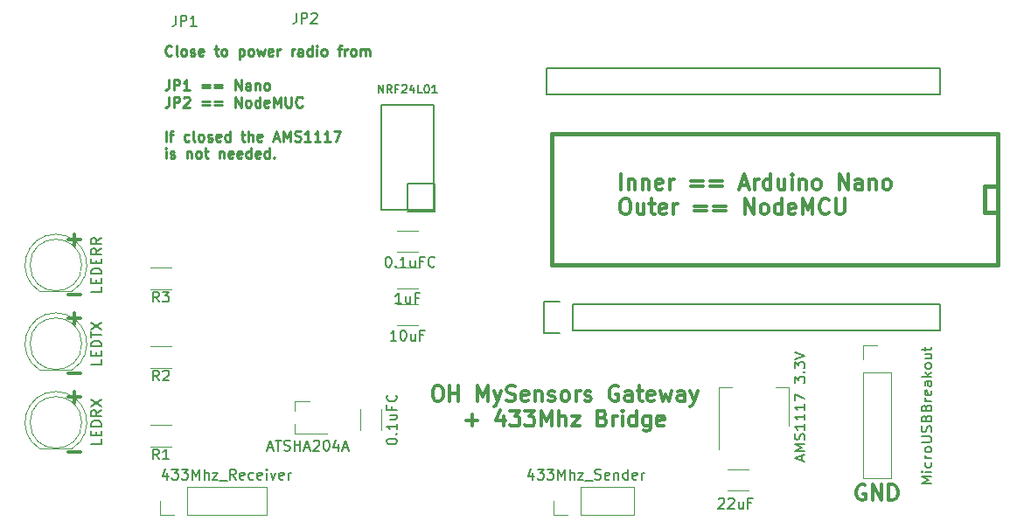
<source format=gto>
G04 #@! TF.FileFunction,Legend,Top*
%FSLAX46Y46*%
G04 Gerber Fmt 4.6, Leading zero omitted, Abs format (unit mm)*
G04 Created by KiCad (PCBNEW 4.0.2-stable) date 24.04.2017 00:03:25*
%MOMM*%
G01*
G04 APERTURE LIST*
%ADD10C,0.100000*%
%ADD11C,0.300000*%
%ADD12C,0.250000*%
%ADD13C,0.150000*%
%ADD14C,0.381000*%
%ADD15C,0.120000*%
%ADD16C,0.160000*%
G04 APERTURE END LIST*
D10*
D11*
X144716572Y-95357143D02*
X145859429Y-95357143D01*
X145288000Y-95928571D02*
X145288000Y-94785714D01*
X144716572Y-87737143D02*
X145859429Y-87737143D01*
X145288000Y-88308571D02*
X145288000Y-87165714D01*
X144716572Y-80117143D02*
X145859429Y-80117143D01*
X145288000Y-80688571D02*
X145288000Y-79545714D01*
X144716572Y-100691143D02*
X145859429Y-100691143D01*
X144716572Y-93071143D02*
X145859429Y-93071143D01*
X144716572Y-85451143D02*
X145859429Y-85451143D01*
X198223143Y-75234071D02*
X198223143Y-73734071D01*
X198937429Y-74234071D02*
X198937429Y-75234071D01*
X198937429Y-74376929D02*
X199008857Y-74305500D01*
X199151715Y-74234071D01*
X199366000Y-74234071D01*
X199508857Y-74305500D01*
X199580286Y-74448357D01*
X199580286Y-75234071D01*
X200294572Y-74234071D02*
X200294572Y-75234071D01*
X200294572Y-74376929D02*
X200366000Y-74305500D01*
X200508858Y-74234071D01*
X200723143Y-74234071D01*
X200866000Y-74305500D01*
X200937429Y-74448357D01*
X200937429Y-75234071D01*
X202223143Y-75162643D02*
X202080286Y-75234071D01*
X201794572Y-75234071D01*
X201651715Y-75162643D01*
X201580286Y-75019786D01*
X201580286Y-74448357D01*
X201651715Y-74305500D01*
X201794572Y-74234071D01*
X202080286Y-74234071D01*
X202223143Y-74305500D01*
X202294572Y-74448357D01*
X202294572Y-74591214D01*
X201580286Y-74734071D01*
X202937429Y-75234071D02*
X202937429Y-74234071D01*
X202937429Y-74519786D02*
X203008857Y-74376929D01*
X203080286Y-74305500D01*
X203223143Y-74234071D01*
X203366000Y-74234071D01*
X205008857Y-74448357D02*
X206151714Y-74448357D01*
X206151714Y-74876929D02*
X205008857Y-74876929D01*
X206866000Y-74448357D02*
X208008857Y-74448357D01*
X208008857Y-74876929D02*
X206866000Y-74876929D01*
X209794571Y-74805500D02*
X210508857Y-74805500D01*
X209651714Y-75234071D02*
X210151714Y-73734071D01*
X210651714Y-75234071D01*
X211151714Y-75234071D02*
X211151714Y-74234071D01*
X211151714Y-74519786D02*
X211223142Y-74376929D01*
X211294571Y-74305500D01*
X211437428Y-74234071D01*
X211580285Y-74234071D01*
X212723142Y-75234071D02*
X212723142Y-73734071D01*
X212723142Y-75162643D02*
X212580285Y-75234071D01*
X212294571Y-75234071D01*
X212151713Y-75162643D01*
X212080285Y-75091214D01*
X212008856Y-74948357D01*
X212008856Y-74519786D01*
X212080285Y-74376929D01*
X212151713Y-74305500D01*
X212294571Y-74234071D01*
X212580285Y-74234071D01*
X212723142Y-74305500D01*
X214080285Y-74234071D02*
X214080285Y-75234071D01*
X213437428Y-74234071D02*
X213437428Y-75019786D01*
X213508856Y-75162643D01*
X213651714Y-75234071D01*
X213865999Y-75234071D01*
X214008856Y-75162643D01*
X214080285Y-75091214D01*
X214794571Y-75234071D02*
X214794571Y-74234071D01*
X214794571Y-73734071D02*
X214723142Y-73805500D01*
X214794571Y-73876929D01*
X214865999Y-73805500D01*
X214794571Y-73734071D01*
X214794571Y-73876929D01*
X215508857Y-74234071D02*
X215508857Y-75234071D01*
X215508857Y-74376929D02*
X215580285Y-74305500D01*
X215723143Y-74234071D01*
X215937428Y-74234071D01*
X216080285Y-74305500D01*
X216151714Y-74448357D01*
X216151714Y-75234071D01*
X217080286Y-75234071D02*
X216937428Y-75162643D01*
X216866000Y-75091214D01*
X216794571Y-74948357D01*
X216794571Y-74519786D01*
X216866000Y-74376929D01*
X216937428Y-74305500D01*
X217080286Y-74234071D01*
X217294571Y-74234071D01*
X217437428Y-74305500D01*
X217508857Y-74376929D01*
X217580286Y-74519786D01*
X217580286Y-74948357D01*
X217508857Y-75091214D01*
X217437428Y-75162643D01*
X217294571Y-75234071D01*
X217080286Y-75234071D01*
X219366000Y-75234071D02*
X219366000Y-73734071D01*
X220223143Y-75234071D01*
X220223143Y-73734071D01*
X221580286Y-75234071D02*
X221580286Y-74448357D01*
X221508857Y-74305500D01*
X221366000Y-74234071D01*
X221080286Y-74234071D01*
X220937429Y-74305500D01*
X221580286Y-75162643D02*
X221437429Y-75234071D01*
X221080286Y-75234071D01*
X220937429Y-75162643D01*
X220866000Y-75019786D01*
X220866000Y-74876929D01*
X220937429Y-74734071D01*
X221080286Y-74662643D01*
X221437429Y-74662643D01*
X221580286Y-74591214D01*
X222294572Y-74234071D02*
X222294572Y-75234071D01*
X222294572Y-74376929D02*
X222366000Y-74305500D01*
X222508858Y-74234071D01*
X222723143Y-74234071D01*
X222866000Y-74305500D01*
X222937429Y-74448357D01*
X222937429Y-75234071D01*
X223866001Y-75234071D02*
X223723143Y-75162643D01*
X223651715Y-75091214D01*
X223580286Y-74948357D01*
X223580286Y-74519786D01*
X223651715Y-74376929D01*
X223723143Y-74305500D01*
X223866001Y-74234071D01*
X224080286Y-74234071D01*
X224223143Y-74305500D01*
X224294572Y-74376929D01*
X224366001Y-74519786D01*
X224366001Y-74948357D01*
X224294572Y-75091214D01*
X224223143Y-75162643D01*
X224080286Y-75234071D01*
X223866001Y-75234071D01*
X198508857Y-76134071D02*
X198794571Y-76134071D01*
X198937429Y-76205500D01*
X199080286Y-76348357D01*
X199151714Y-76634071D01*
X199151714Y-77134071D01*
X199080286Y-77419786D01*
X198937429Y-77562643D01*
X198794571Y-77634071D01*
X198508857Y-77634071D01*
X198366000Y-77562643D01*
X198223143Y-77419786D01*
X198151714Y-77134071D01*
X198151714Y-76634071D01*
X198223143Y-76348357D01*
X198366000Y-76205500D01*
X198508857Y-76134071D01*
X200437429Y-76634071D02*
X200437429Y-77634071D01*
X199794572Y-76634071D02*
X199794572Y-77419786D01*
X199866000Y-77562643D01*
X200008858Y-77634071D01*
X200223143Y-77634071D01*
X200366000Y-77562643D01*
X200437429Y-77491214D01*
X200937429Y-76634071D02*
X201508858Y-76634071D01*
X201151715Y-76134071D02*
X201151715Y-77419786D01*
X201223143Y-77562643D01*
X201366001Y-77634071D01*
X201508858Y-77634071D01*
X202580286Y-77562643D02*
X202437429Y-77634071D01*
X202151715Y-77634071D01*
X202008858Y-77562643D01*
X201937429Y-77419786D01*
X201937429Y-76848357D01*
X202008858Y-76705500D01*
X202151715Y-76634071D01*
X202437429Y-76634071D01*
X202580286Y-76705500D01*
X202651715Y-76848357D01*
X202651715Y-76991214D01*
X201937429Y-77134071D01*
X203294572Y-77634071D02*
X203294572Y-76634071D01*
X203294572Y-76919786D02*
X203366000Y-76776929D01*
X203437429Y-76705500D01*
X203580286Y-76634071D01*
X203723143Y-76634071D01*
X205366000Y-76848357D02*
X206508857Y-76848357D01*
X206508857Y-77276929D02*
X205366000Y-77276929D01*
X207223143Y-76848357D02*
X208366000Y-76848357D01*
X208366000Y-77276929D02*
X207223143Y-77276929D01*
X210223143Y-77634071D02*
X210223143Y-76134071D01*
X211080286Y-77634071D01*
X211080286Y-76134071D01*
X212008858Y-77634071D02*
X211866000Y-77562643D01*
X211794572Y-77491214D01*
X211723143Y-77348357D01*
X211723143Y-76919786D01*
X211794572Y-76776929D01*
X211866000Y-76705500D01*
X212008858Y-76634071D01*
X212223143Y-76634071D01*
X212366000Y-76705500D01*
X212437429Y-76776929D01*
X212508858Y-76919786D01*
X212508858Y-77348357D01*
X212437429Y-77491214D01*
X212366000Y-77562643D01*
X212223143Y-77634071D01*
X212008858Y-77634071D01*
X213794572Y-77634071D02*
X213794572Y-76134071D01*
X213794572Y-77562643D02*
X213651715Y-77634071D01*
X213366001Y-77634071D01*
X213223143Y-77562643D01*
X213151715Y-77491214D01*
X213080286Y-77348357D01*
X213080286Y-76919786D01*
X213151715Y-76776929D01*
X213223143Y-76705500D01*
X213366001Y-76634071D01*
X213651715Y-76634071D01*
X213794572Y-76705500D01*
X215080286Y-77562643D02*
X214937429Y-77634071D01*
X214651715Y-77634071D01*
X214508858Y-77562643D01*
X214437429Y-77419786D01*
X214437429Y-76848357D01*
X214508858Y-76705500D01*
X214651715Y-76634071D01*
X214937429Y-76634071D01*
X215080286Y-76705500D01*
X215151715Y-76848357D01*
X215151715Y-76991214D01*
X214437429Y-77134071D01*
X215794572Y-77634071D02*
X215794572Y-76134071D01*
X216294572Y-77205500D01*
X216794572Y-76134071D01*
X216794572Y-77634071D01*
X218366001Y-77491214D02*
X218294572Y-77562643D01*
X218080286Y-77634071D01*
X217937429Y-77634071D01*
X217723144Y-77562643D01*
X217580286Y-77419786D01*
X217508858Y-77276929D01*
X217437429Y-76991214D01*
X217437429Y-76776929D01*
X217508858Y-76491214D01*
X217580286Y-76348357D01*
X217723144Y-76205500D01*
X217937429Y-76134071D01*
X218080286Y-76134071D01*
X218294572Y-76205500D01*
X218366001Y-76276929D01*
X219008858Y-76134071D02*
X219008858Y-77348357D01*
X219080286Y-77491214D01*
X219151715Y-77562643D01*
X219294572Y-77634071D01*
X219580286Y-77634071D01*
X219723144Y-77562643D01*
X219794572Y-77491214D01*
X219866001Y-77348357D01*
X219866001Y-76134071D01*
X180357428Y-94244571D02*
X180643142Y-94244571D01*
X180786000Y-94316000D01*
X180928857Y-94458857D01*
X181000285Y-94744571D01*
X181000285Y-95244571D01*
X180928857Y-95530286D01*
X180786000Y-95673143D01*
X180643142Y-95744571D01*
X180357428Y-95744571D01*
X180214571Y-95673143D01*
X180071714Y-95530286D01*
X180000285Y-95244571D01*
X180000285Y-94744571D01*
X180071714Y-94458857D01*
X180214571Y-94316000D01*
X180357428Y-94244571D01*
X181643143Y-95744571D02*
X181643143Y-94244571D01*
X181643143Y-94958857D02*
X182500286Y-94958857D01*
X182500286Y-95744571D02*
X182500286Y-94244571D01*
X184357429Y-95744571D02*
X184357429Y-94244571D01*
X184857429Y-95316000D01*
X185357429Y-94244571D01*
X185357429Y-95744571D01*
X185928858Y-94744571D02*
X186286001Y-95744571D01*
X186643143Y-94744571D02*
X186286001Y-95744571D01*
X186143143Y-96101714D01*
X186071715Y-96173143D01*
X185928858Y-96244571D01*
X187143143Y-95673143D02*
X187357429Y-95744571D01*
X187714572Y-95744571D01*
X187857429Y-95673143D01*
X187928858Y-95601714D01*
X188000286Y-95458857D01*
X188000286Y-95316000D01*
X187928858Y-95173143D01*
X187857429Y-95101714D01*
X187714572Y-95030286D01*
X187428858Y-94958857D01*
X187286000Y-94887429D01*
X187214572Y-94816000D01*
X187143143Y-94673143D01*
X187143143Y-94530286D01*
X187214572Y-94387429D01*
X187286000Y-94316000D01*
X187428858Y-94244571D01*
X187786000Y-94244571D01*
X188000286Y-94316000D01*
X189214571Y-95673143D02*
X189071714Y-95744571D01*
X188786000Y-95744571D01*
X188643143Y-95673143D01*
X188571714Y-95530286D01*
X188571714Y-94958857D01*
X188643143Y-94816000D01*
X188786000Y-94744571D01*
X189071714Y-94744571D01*
X189214571Y-94816000D01*
X189286000Y-94958857D01*
X189286000Y-95101714D01*
X188571714Y-95244571D01*
X189928857Y-94744571D02*
X189928857Y-95744571D01*
X189928857Y-94887429D02*
X190000285Y-94816000D01*
X190143143Y-94744571D01*
X190357428Y-94744571D01*
X190500285Y-94816000D01*
X190571714Y-94958857D01*
X190571714Y-95744571D01*
X191214571Y-95673143D02*
X191357428Y-95744571D01*
X191643143Y-95744571D01*
X191786000Y-95673143D01*
X191857428Y-95530286D01*
X191857428Y-95458857D01*
X191786000Y-95316000D01*
X191643143Y-95244571D01*
X191428857Y-95244571D01*
X191286000Y-95173143D01*
X191214571Y-95030286D01*
X191214571Y-94958857D01*
X191286000Y-94816000D01*
X191428857Y-94744571D01*
X191643143Y-94744571D01*
X191786000Y-94816000D01*
X192714572Y-95744571D02*
X192571714Y-95673143D01*
X192500286Y-95601714D01*
X192428857Y-95458857D01*
X192428857Y-95030286D01*
X192500286Y-94887429D01*
X192571714Y-94816000D01*
X192714572Y-94744571D01*
X192928857Y-94744571D01*
X193071714Y-94816000D01*
X193143143Y-94887429D01*
X193214572Y-95030286D01*
X193214572Y-95458857D01*
X193143143Y-95601714D01*
X193071714Y-95673143D01*
X192928857Y-95744571D01*
X192714572Y-95744571D01*
X193857429Y-95744571D02*
X193857429Y-94744571D01*
X193857429Y-95030286D02*
X193928857Y-94887429D01*
X194000286Y-94816000D01*
X194143143Y-94744571D01*
X194286000Y-94744571D01*
X194714571Y-95673143D02*
X194857428Y-95744571D01*
X195143143Y-95744571D01*
X195286000Y-95673143D01*
X195357428Y-95530286D01*
X195357428Y-95458857D01*
X195286000Y-95316000D01*
X195143143Y-95244571D01*
X194928857Y-95244571D01*
X194786000Y-95173143D01*
X194714571Y-95030286D01*
X194714571Y-94958857D01*
X194786000Y-94816000D01*
X194928857Y-94744571D01*
X195143143Y-94744571D01*
X195286000Y-94816000D01*
X197928857Y-94316000D02*
X197786000Y-94244571D01*
X197571714Y-94244571D01*
X197357429Y-94316000D01*
X197214571Y-94458857D01*
X197143143Y-94601714D01*
X197071714Y-94887429D01*
X197071714Y-95101714D01*
X197143143Y-95387429D01*
X197214571Y-95530286D01*
X197357429Y-95673143D01*
X197571714Y-95744571D01*
X197714571Y-95744571D01*
X197928857Y-95673143D01*
X198000286Y-95601714D01*
X198000286Y-95101714D01*
X197714571Y-95101714D01*
X199286000Y-95744571D02*
X199286000Y-94958857D01*
X199214571Y-94816000D01*
X199071714Y-94744571D01*
X198786000Y-94744571D01*
X198643143Y-94816000D01*
X199286000Y-95673143D02*
X199143143Y-95744571D01*
X198786000Y-95744571D01*
X198643143Y-95673143D01*
X198571714Y-95530286D01*
X198571714Y-95387429D01*
X198643143Y-95244571D01*
X198786000Y-95173143D01*
X199143143Y-95173143D01*
X199286000Y-95101714D01*
X199786000Y-94744571D02*
X200357429Y-94744571D01*
X200000286Y-94244571D02*
X200000286Y-95530286D01*
X200071714Y-95673143D01*
X200214572Y-95744571D01*
X200357429Y-95744571D01*
X201428857Y-95673143D02*
X201286000Y-95744571D01*
X201000286Y-95744571D01*
X200857429Y-95673143D01*
X200786000Y-95530286D01*
X200786000Y-94958857D01*
X200857429Y-94816000D01*
X201000286Y-94744571D01*
X201286000Y-94744571D01*
X201428857Y-94816000D01*
X201500286Y-94958857D01*
X201500286Y-95101714D01*
X200786000Y-95244571D01*
X202000286Y-94744571D02*
X202286000Y-95744571D01*
X202571714Y-95030286D01*
X202857429Y-95744571D01*
X203143143Y-94744571D01*
X204357429Y-95744571D02*
X204357429Y-94958857D01*
X204286000Y-94816000D01*
X204143143Y-94744571D01*
X203857429Y-94744571D01*
X203714572Y-94816000D01*
X204357429Y-95673143D02*
X204214572Y-95744571D01*
X203857429Y-95744571D01*
X203714572Y-95673143D01*
X203643143Y-95530286D01*
X203643143Y-95387429D01*
X203714572Y-95244571D01*
X203857429Y-95173143D01*
X204214572Y-95173143D01*
X204357429Y-95101714D01*
X204928858Y-94744571D02*
X205286001Y-95744571D01*
X205643143Y-94744571D02*
X205286001Y-95744571D01*
X205143143Y-96101714D01*
X205071715Y-96173143D01*
X204928858Y-96244571D01*
X183214572Y-97573143D02*
X184357429Y-97573143D01*
X183786000Y-98144571D02*
X183786000Y-97001714D01*
X186857429Y-97144571D02*
X186857429Y-98144571D01*
X186500286Y-96573143D02*
X186143143Y-97644571D01*
X187071715Y-97644571D01*
X187500286Y-96644571D02*
X188428857Y-96644571D01*
X187928857Y-97216000D01*
X188143143Y-97216000D01*
X188286000Y-97287429D01*
X188357429Y-97358857D01*
X188428857Y-97501714D01*
X188428857Y-97858857D01*
X188357429Y-98001714D01*
X188286000Y-98073143D01*
X188143143Y-98144571D01*
X187714571Y-98144571D01*
X187571714Y-98073143D01*
X187500286Y-98001714D01*
X188928857Y-96644571D02*
X189857428Y-96644571D01*
X189357428Y-97216000D01*
X189571714Y-97216000D01*
X189714571Y-97287429D01*
X189786000Y-97358857D01*
X189857428Y-97501714D01*
X189857428Y-97858857D01*
X189786000Y-98001714D01*
X189714571Y-98073143D01*
X189571714Y-98144571D01*
X189143142Y-98144571D01*
X189000285Y-98073143D01*
X188928857Y-98001714D01*
X190500285Y-98144571D02*
X190500285Y-96644571D01*
X191000285Y-97716000D01*
X191500285Y-96644571D01*
X191500285Y-98144571D01*
X192214571Y-98144571D02*
X192214571Y-96644571D01*
X192857428Y-98144571D02*
X192857428Y-97358857D01*
X192785999Y-97216000D01*
X192643142Y-97144571D01*
X192428857Y-97144571D01*
X192285999Y-97216000D01*
X192214571Y-97287429D01*
X193428857Y-97144571D02*
X194214571Y-97144571D01*
X193428857Y-98144571D01*
X194214571Y-98144571D01*
X196428857Y-97358857D02*
X196643143Y-97430286D01*
X196714571Y-97501714D01*
X196786000Y-97644571D01*
X196786000Y-97858857D01*
X196714571Y-98001714D01*
X196643143Y-98073143D01*
X196500285Y-98144571D01*
X195928857Y-98144571D01*
X195928857Y-96644571D01*
X196428857Y-96644571D01*
X196571714Y-96716000D01*
X196643143Y-96787429D01*
X196714571Y-96930286D01*
X196714571Y-97073143D01*
X196643143Y-97216000D01*
X196571714Y-97287429D01*
X196428857Y-97358857D01*
X195928857Y-97358857D01*
X197428857Y-98144571D02*
X197428857Y-97144571D01*
X197428857Y-97430286D02*
X197500285Y-97287429D01*
X197571714Y-97216000D01*
X197714571Y-97144571D01*
X197857428Y-97144571D01*
X198357428Y-98144571D02*
X198357428Y-97144571D01*
X198357428Y-96644571D02*
X198285999Y-96716000D01*
X198357428Y-96787429D01*
X198428856Y-96716000D01*
X198357428Y-96644571D01*
X198357428Y-96787429D01*
X199714571Y-98144571D02*
X199714571Y-96644571D01*
X199714571Y-98073143D02*
X199571714Y-98144571D01*
X199286000Y-98144571D01*
X199143142Y-98073143D01*
X199071714Y-98001714D01*
X199000285Y-97858857D01*
X199000285Y-97430286D01*
X199071714Y-97287429D01*
X199143142Y-97216000D01*
X199286000Y-97144571D01*
X199571714Y-97144571D01*
X199714571Y-97216000D01*
X201071714Y-97144571D02*
X201071714Y-98358857D01*
X201000285Y-98501714D01*
X200928857Y-98573143D01*
X200786000Y-98644571D01*
X200571714Y-98644571D01*
X200428857Y-98573143D01*
X201071714Y-98073143D02*
X200928857Y-98144571D01*
X200643143Y-98144571D01*
X200500285Y-98073143D01*
X200428857Y-98001714D01*
X200357428Y-97858857D01*
X200357428Y-97430286D01*
X200428857Y-97287429D01*
X200500285Y-97216000D01*
X200643143Y-97144571D01*
X200928857Y-97144571D01*
X201071714Y-97216000D01*
X202357428Y-98073143D02*
X202214571Y-98144571D01*
X201928857Y-98144571D01*
X201786000Y-98073143D01*
X201714571Y-97930286D01*
X201714571Y-97358857D01*
X201786000Y-97216000D01*
X201928857Y-97144571D01*
X202214571Y-97144571D01*
X202357428Y-97216000D01*
X202428857Y-97358857D01*
X202428857Y-97501714D01*
X201714571Y-97644571D01*
D12*
X154733524Y-62209143D02*
X154685905Y-62256762D01*
X154543048Y-62304381D01*
X154447810Y-62304381D01*
X154304952Y-62256762D01*
X154209714Y-62161524D01*
X154162095Y-62066286D01*
X154114476Y-61875810D01*
X154114476Y-61732952D01*
X154162095Y-61542476D01*
X154209714Y-61447238D01*
X154304952Y-61352000D01*
X154447810Y-61304381D01*
X154543048Y-61304381D01*
X154685905Y-61352000D01*
X154733524Y-61399619D01*
X155304952Y-62304381D02*
X155209714Y-62256762D01*
X155162095Y-62161524D01*
X155162095Y-61304381D01*
X155828762Y-62304381D02*
X155733524Y-62256762D01*
X155685905Y-62209143D01*
X155638286Y-62113905D01*
X155638286Y-61828190D01*
X155685905Y-61732952D01*
X155733524Y-61685333D01*
X155828762Y-61637714D01*
X155971620Y-61637714D01*
X156066858Y-61685333D01*
X156114477Y-61732952D01*
X156162096Y-61828190D01*
X156162096Y-62113905D01*
X156114477Y-62209143D01*
X156066858Y-62256762D01*
X155971620Y-62304381D01*
X155828762Y-62304381D01*
X156543048Y-62256762D02*
X156638286Y-62304381D01*
X156828762Y-62304381D01*
X156924001Y-62256762D01*
X156971620Y-62161524D01*
X156971620Y-62113905D01*
X156924001Y-62018667D01*
X156828762Y-61971048D01*
X156685905Y-61971048D01*
X156590667Y-61923429D01*
X156543048Y-61828190D01*
X156543048Y-61780571D01*
X156590667Y-61685333D01*
X156685905Y-61637714D01*
X156828762Y-61637714D01*
X156924001Y-61685333D01*
X157781144Y-62256762D02*
X157685906Y-62304381D01*
X157495429Y-62304381D01*
X157400191Y-62256762D01*
X157352572Y-62161524D01*
X157352572Y-61780571D01*
X157400191Y-61685333D01*
X157495429Y-61637714D01*
X157685906Y-61637714D01*
X157781144Y-61685333D01*
X157828763Y-61780571D01*
X157828763Y-61875810D01*
X157352572Y-61971048D01*
X158876382Y-61637714D02*
X159257334Y-61637714D01*
X159019239Y-61304381D02*
X159019239Y-62161524D01*
X159066858Y-62256762D01*
X159162096Y-62304381D01*
X159257334Y-62304381D01*
X159733525Y-62304381D02*
X159638287Y-62256762D01*
X159590668Y-62209143D01*
X159543049Y-62113905D01*
X159543049Y-61828190D01*
X159590668Y-61732952D01*
X159638287Y-61685333D01*
X159733525Y-61637714D01*
X159876383Y-61637714D01*
X159971621Y-61685333D01*
X160019240Y-61732952D01*
X160066859Y-61828190D01*
X160066859Y-62113905D01*
X160019240Y-62209143D01*
X159971621Y-62256762D01*
X159876383Y-62304381D01*
X159733525Y-62304381D01*
X161257335Y-61637714D02*
X161257335Y-62637714D01*
X161257335Y-61685333D02*
X161352573Y-61637714D01*
X161543050Y-61637714D01*
X161638288Y-61685333D01*
X161685907Y-61732952D01*
X161733526Y-61828190D01*
X161733526Y-62113905D01*
X161685907Y-62209143D01*
X161638288Y-62256762D01*
X161543050Y-62304381D01*
X161352573Y-62304381D01*
X161257335Y-62256762D01*
X162304954Y-62304381D02*
X162209716Y-62256762D01*
X162162097Y-62209143D01*
X162114478Y-62113905D01*
X162114478Y-61828190D01*
X162162097Y-61732952D01*
X162209716Y-61685333D01*
X162304954Y-61637714D01*
X162447812Y-61637714D01*
X162543050Y-61685333D01*
X162590669Y-61732952D01*
X162638288Y-61828190D01*
X162638288Y-62113905D01*
X162590669Y-62209143D01*
X162543050Y-62256762D01*
X162447812Y-62304381D01*
X162304954Y-62304381D01*
X162971621Y-61637714D02*
X163162097Y-62304381D01*
X163352574Y-61828190D01*
X163543050Y-62304381D01*
X163733526Y-61637714D01*
X164495431Y-62256762D02*
X164400193Y-62304381D01*
X164209716Y-62304381D01*
X164114478Y-62256762D01*
X164066859Y-62161524D01*
X164066859Y-61780571D01*
X164114478Y-61685333D01*
X164209716Y-61637714D01*
X164400193Y-61637714D01*
X164495431Y-61685333D01*
X164543050Y-61780571D01*
X164543050Y-61875810D01*
X164066859Y-61971048D01*
X164971621Y-62304381D02*
X164971621Y-61637714D01*
X164971621Y-61828190D02*
X165019240Y-61732952D01*
X165066859Y-61685333D01*
X165162097Y-61637714D01*
X165257336Y-61637714D01*
X166352574Y-62304381D02*
X166352574Y-61637714D01*
X166352574Y-61828190D02*
X166400193Y-61732952D01*
X166447812Y-61685333D01*
X166543050Y-61637714D01*
X166638289Y-61637714D01*
X167400194Y-62304381D02*
X167400194Y-61780571D01*
X167352575Y-61685333D01*
X167257337Y-61637714D01*
X167066860Y-61637714D01*
X166971622Y-61685333D01*
X167400194Y-62256762D02*
X167304956Y-62304381D01*
X167066860Y-62304381D01*
X166971622Y-62256762D01*
X166924003Y-62161524D01*
X166924003Y-62066286D01*
X166971622Y-61971048D01*
X167066860Y-61923429D01*
X167304956Y-61923429D01*
X167400194Y-61875810D01*
X168304956Y-62304381D02*
X168304956Y-61304381D01*
X168304956Y-62256762D02*
X168209718Y-62304381D01*
X168019241Y-62304381D01*
X167924003Y-62256762D01*
X167876384Y-62209143D01*
X167828765Y-62113905D01*
X167828765Y-61828190D01*
X167876384Y-61732952D01*
X167924003Y-61685333D01*
X168019241Y-61637714D01*
X168209718Y-61637714D01*
X168304956Y-61685333D01*
X168781146Y-62304381D02*
X168781146Y-61637714D01*
X168781146Y-61304381D02*
X168733527Y-61352000D01*
X168781146Y-61399619D01*
X168828765Y-61352000D01*
X168781146Y-61304381D01*
X168781146Y-61399619D01*
X169400193Y-62304381D02*
X169304955Y-62256762D01*
X169257336Y-62209143D01*
X169209717Y-62113905D01*
X169209717Y-61828190D01*
X169257336Y-61732952D01*
X169304955Y-61685333D01*
X169400193Y-61637714D01*
X169543051Y-61637714D01*
X169638289Y-61685333D01*
X169685908Y-61732952D01*
X169733527Y-61828190D01*
X169733527Y-62113905D01*
X169685908Y-62209143D01*
X169638289Y-62256762D01*
X169543051Y-62304381D01*
X169400193Y-62304381D01*
X170781146Y-61637714D02*
X171162098Y-61637714D01*
X170924003Y-62304381D02*
X170924003Y-61447238D01*
X170971622Y-61352000D01*
X171066860Y-61304381D01*
X171162098Y-61304381D01*
X171495432Y-62304381D02*
X171495432Y-61637714D01*
X171495432Y-61828190D02*
X171543051Y-61732952D01*
X171590670Y-61685333D01*
X171685908Y-61637714D01*
X171781147Y-61637714D01*
X172257337Y-62304381D02*
X172162099Y-62256762D01*
X172114480Y-62209143D01*
X172066861Y-62113905D01*
X172066861Y-61828190D01*
X172114480Y-61732952D01*
X172162099Y-61685333D01*
X172257337Y-61637714D01*
X172400195Y-61637714D01*
X172495433Y-61685333D01*
X172543052Y-61732952D01*
X172590671Y-61828190D01*
X172590671Y-62113905D01*
X172543052Y-62209143D01*
X172495433Y-62256762D01*
X172400195Y-62304381D01*
X172257337Y-62304381D01*
X173019242Y-62304381D02*
X173019242Y-61637714D01*
X173019242Y-61732952D02*
X173066861Y-61685333D01*
X173162099Y-61637714D01*
X173304957Y-61637714D01*
X173400195Y-61685333D01*
X173447814Y-61780571D01*
X173447814Y-62304381D01*
X173447814Y-61780571D02*
X173495433Y-61685333D01*
X173590671Y-61637714D01*
X173733528Y-61637714D01*
X173828766Y-61685333D01*
X173876385Y-61780571D01*
X173876385Y-62304381D01*
X154447810Y-64604381D02*
X154447810Y-65318667D01*
X154400190Y-65461524D01*
X154304952Y-65556762D01*
X154162095Y-65604381D01*
X154066857Y-65604381D01*
X154924000Y-65604381D02*
X154924000Y-64604381D01*
X155304953Y-64604381D01*
X155400191Y-64652000D01*
X155447810Y-64699619D01*
X155495429Y-64794857D01*
X155495429Y-64937714D01*
X155447810Y-65032952D01*
X155400191Y-65080571D01*
X155304953Y-65128190D01*
X154924000Y-65128190D01*
X156447810Y-65604381D02*
X155876381Y-65604381D01*
X156162095Y-65604381D02*
X156162095Y-64604381D01*
X156066857Y-64747238D01*
X155971619Y-64842476D01*
X155876381Y-64890095D01*
X157638286Y-65080571D02*
X158400191Y-65080571D01*
X158400191Y-65366286D02*
X157638286Y-65366286D01*
X158876381Y-65080571D02*
X159638286Y-65080571D01*
X159638286Y-65366286D02*
X158876381Y-65366286D01*
X160876381Y-65604381D02*
X160876381Y-64604381D01*
X161447810Y-65604381D01*
X161447810Y-64604381D01*
X162352572Y-65604381D02*
X162352572Y-65080571D01*
X162304953Y-64985333D01*
X162209715Y-64937714D01*
X162019238Y-64937714D01*
X161924000Y-64985333D01*
X162352572Y-65556762D02*
X162257334Y-65604381D01*
X162019238Y-65604381D01*
X161924000Y-65556762D01*
X161876381Y-65461524D01*
X161876381Y-65366286D01*
X161924000Y-65271048D01*
X162019238Y-65223429D01*
X162257334Y-65223429D01*
X162352572Y-65175810D01*
X162828762Y-64937714D02*
X162828762Y-65604381D01*
X162828762Y-65032952D02*
X162876381Y-64985333D01*
X162971619Y-64937714D01*
X163114477Y-64937714D01*
X163209715Y-64985333D01*
X163257334Y-65080571D01*
X163257334Y-65604381D01*
X163876381Y-65604381D02*
X163781143Y-65556762D01*
X163733524Y-65509143D01*
X163685905Y-65413905D01*
X163685905Y-65128190D01*
X163733524Y-65032952D01*
X163781143Y-64985333D01*
X163876381Y-64937714D01*
X164019239Y-64937714D01*
X164114477Y-64985333D01*
X164162096Y-65032952D01*
X164209715Y-65128190D01*
X164209715Y-65413905D01*
X164162096Y-65509143D01*
X164114477Y-65556762D01*
X164019239Y-65604381D01*
X163876381Y-65604381D01*
X154447810Y-66254381D02*
X154447810Y-66968667D01*
X154400190Y-67111524D01*
X154304952Y-67206762D01*
X154162095Y-67254381D01*
X154066857Y-67254381D01*
X154924000Y-67254381D02*
X154924000Y-66254381D01*
X155304953Y-66254381D01*
X155400191Y-66302000D01*
X155447810Y-66349619D01*
X155495429Y-66444857D01*
X155495429Y-66587714D01*
X155447810Y-66682952D01*
X155400191Y-66730571D01*
X155304953Y-66778190D01*
X154924000Y-66778190D01*
X155876381Y-66349619D02*
X155924000Y-66302000D01*
X156019238Y-66254381D01*
X156257334Y-66254381D01*
X156352572Y-66302000D01*
X156400191Y-66349619D01*
X156447810Y-66444857D01*
X156447810Y-66540095D01*
X156400191Y-66682952D01*
X155828762Y-67254381D01*
X156447810Y-67254381D01*
X157638286Y-66730571D02*
X158400191Y-66730571D01*
X158400191Y-67016286D02*
X157638286Y-67016286D01*
X158876381Y-66730571D02*
X159638286Y-66730571D01*
X159638286Y-67016286D02*
X158876381Y-67016286D01*
X160876381Y-67254381D02*
X160876381Y-66254381D01*
X161447810Y-67254381D01*
X161447810Y-66254381D01*
X162066857Y-67254381D02*
X161971619Y-67206762D01*
X161924000Y-67159143D01*
X161876381Y-67063905D01*
X161876381Y-66778190D01*
X161924000Y-66682952D01*
X161971619Y-66635333D01*
X162066857Y-66587714D01*
X162209715Y-66587714D01*
X162304953Y-66635333D01*
X162352572Y-66682952D01*
X162400191Y-66778190D01*
X162400191Y-67063905D01*
X162352572Y-67159143D01*
X162304953Y-67206762D01*
X162209715Y-67254381D01*
X162066857Y-67254381D01*
X163257334Y-67254381D02*
X163257334Y-66254381D01*
X163257334Y-67206762D02*
X163162096Y-67254381D01*
X162971619Y-67254381D01*
X162876381Y-67206762D01*
X162828762Y-67159143D01*
X162781143Y-67063905D01*
X162781143Y-66778190D01*
X162828762Y-66682952D01*
X162876381Y-66635333D01*
X162971619Y-66587714D01*
X163162096Y-66587714D01*
X163257334Y-66635333D01*
X164114477Y-67206762D02*
X164019239Y-67254381D01*
X163828762Y-67254381D01*
X163733524Y-67206762D01*
X163685905Y-67111524D01*
X163685905Y-66730571D01*
X163733524Y-66635333D01*
X163828762Y-66587714D01*
X164019239Y-66587714D01*
X164114477Y-66635333D01*
X164162096Y-66730571D01*
X164162096Y-66825810D01*
X163685905Y-66921048D01*
X164590667Y-67254381D02*
X164590667Y-66254381D01*
X164924001Y-66968667D01*
X165257334Y-66254381D01*
X165257334Y-67254381D01*
X165733524Y-66254381D02*
X165733524Y-67063905D01*
X165781143Y-67159143D01*
X165828762Y-67206762D01*
X165924000Y-67254381D01*
X166114477Y-67254381D01*
X166209715Y-67206762D01*
X166257334Y-67159143D01*
X166304953Y-67063905D01*
X166304953Y-66254381D01*
X167352572Y-67159143D02*
X167304953Y-67206762D01*
X167162096Y-67254381D01*
X167066858Y-67254381D01*
X166924000Y-67206762D01*
X166828762Y-67111524D01*
X166781143Y-67016286D01*
X166733524Y-66825810D01*
X166733524Y-66682952D01*
X166781143Y-66492476D01*
X166828762Y-66397238D01*
X166924000Y-66302000D01*
X167066858Y-66254381D01*
X167162096Y-66254381D01*
X167304953Y-66302000D01*
X167352572Y-66349619D01*
X154162095Y-70554381D02*
X154162095Y-69554381D01*
X154495428Y-69887714D02*
X154876380Y-69887714D01*
X154638285Y-70554381D02*
X154638285Y-69697238D01*
X154685904Y-69602000D01*
X154781142Y-69554381D01*
X154876380Y-69554381D01*
X156400191Y-70506762D02*
X156304953Y-70554381D01*
X156114476Y-70554381D01*
X156019238Y-70506762D01*
X155971619Y-70459143D01*
X155924000Y-70363905D01*
X155924000Y-70078190D01*
X155971619Y-69982952D01*
X156019238Y-69935333D01*
X156114476Y-69887714D01*
X156304953Y-69887714D01*
X156400191Y-69935333D01*
X156971619Y-70554381D02*
X156876381Y-70506762D01*
X156828762Y-70411524D01*
X156828762Y-69554381D01*
X157495429Y-70554381D02*
X157400191Y-70506762D01*
X157352572Y-70459143D01*
X157304953Y-70363905D01*
X157304953Y-70078190D01*
X157352572Y-69982952D01*
X157400191Y-69935333D01*
X157495429Y-69887714D01*
X157638287Y-69887714D01*
X157733525Y-69935333D01*
X157781144Y-69982952D01*
X157828763Y-70078190D01*
X157828763Y-70363905D01*
X157781144Y-70459143D01*
X157733525Y-70506762D01*
X157638287Y-70554381D01*
X157495429Y-70554381D01*
X158209715Y-70506762D02*
X158304953Y-70554381D01*
X158495429Y-70554381D01*
X158590668Y-70506762D01*
X158638287Y-70411524D01*
X158638287Y-70363905D01*
X158590668Y-70268667D01*
X158495429Y-70221048D01*
X158352572Y-70221048D01*
X158257334Y-70173429D01*
X158209715Y-70078190D01*
X158209715Y-70030571D01*
X158257334Y-69935333D01*
X158352572Y-69887714D01*
X158495429Y-69887714D01*
X158590668Y-69935333D01*
X159447811Y-70506762D02*
X159352573Y-70554381D01*
X159162096Y-70554381D01*
X159066858Y-70506762D01*
X159019239Y-70411524D01*
X159019239Y-70030571D01*
X159066858Y-69935333D01*
X159162096Y-69887714D01*
X159352573Y-69887714D01*
X159447811Y-69935333D01*
X159495430Y-70030571D01*
X159495430Y-70125810D01*
X159019239Y-70221048D01*
X160352573Y-70554381D02*
X160352573Y-69554381D01*
X160352573Y-70506762D02*
X160257335Y-70554381D01*
X160066858Y-70554381D01*
X159971620Y-70506762D01*
X159924001Y-70459143D01*
X159876382Y-70363905D01*
X159876382Y-70078190D01*
X159924001Y-69982952D01*
X159971620Y-69935333D01*
X160066858Y-69887714D01*
X160257335Y-69887714D01*
X160352573Y-69935333D01*
X161447811Y-69887714D02*
X161828763Y-69887714D01*
X161590668Y-69554381D02*
X161590668Y-70411524D01*
X161638287Y-70506762D01*
X161733525Y-70554381D01*
X161828763Y-70554381D01*
X162162097Y-70554381D02*
X162162097Y-69554381D01*
X162590669Y-70554381D02*
X162590669Y-70030571D01*
X162543050Y-69935333D01*
X162447812Y-69887714D01*
X162304954Y-69887714D01*
X162209716Y-69935333D01*
X162162097Y-69982952D01*
X163447812Y-70506762D02*
X163352574Y-70554381D01*
X163162097Y-70554381D01*
X163066859Y-70506762D01*
X163019240Y-70411524D01*
X163019240Y-70030571D01*
X163066859Y-69935333D01*
X163162097Y-69887714D01*
X163352574Y-69887714D01*
X163447812Y-69935333D01*
X163495431Y-70030571D01*
X163495431Y-70125810D01*
X163019240Y-70221048D01*
X164638288Y-70268667D02*
X165114479Y-70268667D01*
X164543050Y-70554381D02*
X164876383Y-69554381D01*
X165209717Y-70554381D01*
X165543050Y-70554381D02*
X165543050Y-69554381D01*
X165876384Y-70268667D01*
X166209717Y-69554381D01*
X166209717Y-70554381D01*
X166638288Y-70506762D02*
X166781145Y-70554381D01*
X167019241Y-70554381D01*
X167114479Y-70506762D01*
X167162098Y-70459143D01*
X167209717Y-70363905D01*
X167209717Y-70268667D01*
X167162098Y-70173429D01*
X167114479Y-70125810D01*
X167019241Y-70078190D01*
X166828764Y-70030571D01*
X166733526Y-69982952D01*
X166685907Y-69935333D01*
X166638288Y-69840095D01*
X166638288Y-69744857D01*
X166685907Y-69649619D01*
X166733526Y-69602000D01*
X166828764Y-69554381D01*
X167066860Y-69554381D01*
X167209717Y-69602000D01*
X168162098Y-70554381D02*
X167590669Y-70554381D01*
X167876383Y-70554381D02*
X167876383Y-69554381D01*
X167781145Y-69697238D01*
X167685907Y-69792476D01*
X167590669Y-69840095D01*
X169114479Y-70554381D02*
X168543050Y-70554381D01*
X168828764Y-70554381D02*
X168828764Y-69554381D01*
X168733526Y-69697238D01*
X168638288Y-69792476D01*
X168543050Y-69840095D01*
X170066860Y-70554381D02*
X169495431Y-70554381D01*
X169781145Y-70554381D02*
X169781145Y-69554381D01*
X169685907Y-69697238D01*
X169590669Y-69792476D01*
X169495431Y-69840095D01*
X170400193Y-69554381D02*
X171066860Y-69554381D01*
X170638288Y-70554381D01*
X154162095Y-72204381D02*
X154162095Y-71537714D01*
X154162095Y-71204381D02*
X154114476Y-71252000D01*
X154162095Y-71299619D01*
X154209714Y-71252000D01*
X154162095Y-71204381D01*
X154162095Y-71299619D01*
X154590666Y-72156762D02*
X154685904Y-72204381D01*
X154876380Y-72204381D01*
X154971619Y-72156762D01*
X155019238Y-72061524D01*
X155019238Y-72013905D01*
X154971619Y-71918667D01*
X154876380Y-71871048D01*
X154733523Y-71871048D01*
X154638285Y-71823429D01*
X154590666Y-71728190D01*
X154590666Y-71680571D01*
X154638285Y-71585333D01*
X154733523Y-71537714D01*
X154876380Y-71537714D01*
X154971619Y-71585333D01*
X156209714Y-71537714D02*
X156209714Y-72204381D01*
X156209714Y-71632952D02*
X156257333Y-71585333D01*
X156352571Y-71537714D01*
X156495429Y-71537714D01*
X156590667Y-71585333D01*
X156638286Y-71680571D01*
X156638286Y-72204381D01*
X157257333Y-72204381D02*
X157162095Y-72156762D01*
X157114476Y-72109143D01*
X157066857Y-72013905D01*
X157066857Y-71728190D01*
X157114476Y-71632952D01*
X157162095Y-71585333D01*
X157257333Y-71537714D01*
X157400191Y-71537714D01*
X157495429Y-71585333D01*
X157543048Y-71632952D01*
X157590667Y-71728190D01*
X157590667Y-72013905D01*
X157543048Y-72109143D01*
X157495429Y-72156762D01*
X157400191Y-72204381D01*
X157257333Y-72204381D01*
X157876381Y-71537714D02*
X158257333Y-71537714D01*
X158019238Y-71204381D02*
X158019238Y-72061524D01*
X158066857Y-72156762D01*
X158162095Y-72204381D01*
X158257333Y-72204381D01*
X159352572Y-71537714D02*
X159352572Y-72204381D01*
X159352572Y-71632952D02*
X159400191Y-71585333D01*
X159495429Y-71537714D01*
X159638287Y-71537714D01*
X159733525Y-71585333D01*
X159781144Y-71680571D01*
X159781144Y-72204381D01*
X160638287Y-72156762D02*
X160543049Y-72204381D01*
X160352572Y-72204381D01*
X160257334Y-72156762D01*
X160209715Y-72061524D01*
X160209715Y-71680571D01*
X160257334Y-71585333D01*
X160352572Y-71537714D01*
X160543049Y-71537714D01*
X160638287Y-71585333D01*
X160685906Y-71680571D01*
X160685906Y-71775810D01*
X160209715Y-71871048D01*
X161495430Y-72156762D02*
X161400192Y-72204381D01*
X161209715Y-72204381D01*
X161114477Y-72156762D01*
X161066858Y-72061524D01*
X161066858Y-71680571D01*
X161114477Y-71585333D01*
X161209715Y-71537714D01*
X161400192Y-71537714D01*
X161495430Y-71585333D01*
X161543049Y-71680571D01*
X161543049Y-71775810D01*
X161066858Y-71871048D01*
X162400192Y-72204381D02*
X162400192Y-71204381D01*
X162400192Y-72156762D02*
X162304954Y-72204381D01*
X162114477Y-72204381D01*
X162019239Y-72156762D01*
X161971620Y-72109143D01*
X161924001Y-72013905D01*
X161924001Y-71728190D01*
X161971620Y-71632952D01*
X162019239Y-71585333D01*
X162114477Y-71537714D01*
X162304954Y-71537714D01*
X162400192Y-71585333D01*
X163257335Y-72156762D02*
X163162097Y-72204381D01*
X162971620Y-72204381D01*
X162876382Y-72156762D01*
X162828763Y-72061524D01*
X162828763Y-71680571D01*
X162876382Y-71585333D01*
X162971620Y-71537714D01*
X163162097Y-71537714D01*
X163257335Y-71585333D01*
X163304954Y-71680571D01*
X163304954Y-71775810D01*
X162828763Y-71871048D01*
X164162097Y-72204381D02*
X164162097Y-71204381D01*
X164162097Y-72156762D02*
X164066859Y-72204381D01*
X163876382Y-72204381D01*
X163781144Y-72156762D01*
X163733525Y-72109143D01*
X163685906Y-72013905D01*
X163685906Y-71728190D01*
X163733525Y-71632952D01*
X163781144Y-71585333D01*
X163876382Y-71537714D01*
X164066859Y-71537714D01*
X164162097Y-71585333D01*
X164638287Y-72109143D02*
X164685906Y-72156762D01*
X164638287Y-72204381D01*
X164590668Y-72156762D01*
X164638287Y-72109143D01*
X164638287Y-72204381D01*
D11*
X221869143Y-103898000D02*
X221726286Y-103826571D01*
X221512000Y-103826571D01*
X221297715Y-103898000D01*
X221154857Y-104040857D01*
X221083429Y-104183714D01*
X221012000Y-104469429D01*
X221012000Y-104683714D01*
X221083429Y-104969429D01*
X221154857Y-105112286D01*
X221297715Y-105255143D01*
X221512000Y-105326571D01*
X221654857Y-105326571D01*
X221869143Y-105255143D01*
X221940572Y-105183714D01*
X221940572Y-104683714D01*
X221654857Y-104683714D01*
X222583429Y-105326571D02*
X222583429Y-103826571D01*
X223440572Y-105326571D01*
X223440572Y-103826571D01*
X224154858Y-105326571D02*
X224154858Y-103826571D01*
X224512001Y-103826571D01*
X224726286Y-103898000D01*
X224869144Y-104040857D01*
X224940572Y-104183714D01*
X225012001Y-104469429D01*
X225012001Y-104683714D01*
X224940572Y-104969429D01*
X224869144Y-105112286D01*
X224726286Y-105255143D01*
X224512001Y-105326571D01*
X224154858Y-105326571D01*
D13*
X180213000Y-74676000D02*
X180213000Y-77343000D01*
X180213000Y-77343000D02*
X177546000Y-77343000D01*
X180086000Y-69596000D02*
X180086000Y-67056000D01*
X180086000Y-67056000D02*
X177546000Y-67056000D01*
X180086000Y-74676000D02*
X177546000Y-74676000D01*
X177546000Y-74676000D02*
X177546000Y-77216000D01*
X180086000Y-69596000D02*
X180086000Y-77216000D01*
X180086000Y-77216000D02*
X175006000Y-77216000D01*
X175006000Y-77216000D02*
X175006000Y-67056000D01*
X175006000Y-67056000D02*
X177546000Y-67056000D01*
D14*
X234696000Y-82550000D02*
X191516000Y-82550000D01*
X191516000Y-82550000D02*
X191516000Y-69850000D01*
X191516000Y-69850000D02*
X234696000Y-69850000D01*
X234696000Y-69850000D02*
X234696000Y-82550000D01*
X234696000Y-74930000D02*
X233426000Y-74930000D01*
X233426000Y-74930000D02*
X233426000Y-77470000D01*
X233426000Y-77470000D02*
X234696000Y-77470000D01*
D15*
X178546000Y-79244000D02*
X176546000Y-79244000D01*
X176546000Y-81284000D02*
X178546000Y-81284000D01*
X178546000Y-82800000D02*
X176546000Y-82800000D01*
X176546000Y-84840000D02*
X178546000Y-84840000D01*
X178546000Y-86356000D02*
X176546000Y-86356000D01*
X176546000Y-88396000D02*
X178546000Y-88396000D01*
X208550000Y-104398000D02*
X210550000Y-104398000D01*
X210550000Y-102358000D02*
X208550000Y-102358000D01*
X221682000Y-92964000D02*
X221682000Y-103184000D01*
X221682000Y-103184000D02*
X224342000Y-103184000D01*
X224342000Y-103184000D02*
X224342000Y-92964000D01*
X224342000Y-92964000D02*
X221682000Y-92964000D01*
X221682000Y-91694000D02*
X221682000Y-90364000D01*
X221682000Y-90364000D02*
X223012000Y-90364000D01*
X194310000Y-106740000D02*
X199450000Y-106740000D01*
X199450000Y-106740000D02*
X199450000Y-104080000D01*
X199450000Y-104080000D02*
X194310000Y-104080000D01*
X194310000Y-104080000D02*
X194310000Y-106740000D01*
X193040000Y-106740000D02*
X191710000Y-106740000D01*
X191710000Y-106740000D02*
X191710000Y-105410000D01*
X156210000Y-106740000D02*
X163890000Y-106740000D01*
X163890000Y-106740000D02*
X163890000Y-104080000D01*
X163890000Y-104080000D02*
X156210000Y-104080000D01*
X156210000Y-104080000D02*
X156210000Y-106740000D01*
X154940000Y-106740000D02*
X153610000Y-106740000D01*
X153610000Y-106740000D02*
X153610000Y-105410000D01*
X152670000Y-97990000D02*
X154670000Y-97990000D01*
X154670000Y-100130000D02*
X152670000Y-100130000D01*
X152670000Y-90370000D02*
X154670000Y-90370000D01*
X154670000Y-92510000D02*
X152670000Y-92510000D01*
X152670000Y-82750000D02*
X154670000Y-82750000D01*
X154670000Y-84890000D02*
X152670000Y-84890000D01*
X143510462Y-94800000D02*
G75*
G03X141965170Y-100350000I-462J-2990000D01*
G01*
X143509538Y-94800000D02*
G75*
G02X145054830Y-100350000I462J-2990000D01*
G01*
X146010000Y-97790000D02*
G75*
G03X146010000Y-97790000I-2500000J0D01*
G01*
X141965000Y-100350000D02*
X145055000Y-100350000D01*
X143510462Y-87180000D02*
G75*
G03X141965170Y-92730000I-462J-2990000D01*
G01*
X143509538Y-87180000D02*
G75*
G02X145054830Y-92730000I462J-2990000D01*
G01*
X146010000Y-90170000D02*
G75*
G03X146010000Y-90170000I-2500000J0D01*
G01*
X141965000Y-92730000D02*
X145055000Y-92730000D01*
X143510462Y-79560000D02*
G75*
G03X141965170Y-85110000I-462J-2990000D01*
G01*
X143509538Y-79560000D02*
G75*
G02X145054830Y-85110000I462J-2990000D01*
G01*
X146010000Y-82550000D02*
G75*
G03X146010000Y-82550000I-2500000J0D01*
G01*
X141965000Y-85110000D02*
X145055000Y-85110000D01*
X214484000Y-94356000D02*
X213224000Y-94356000D01*
X207664000Y-94356000D02*
X208924000Y-94356000D01*
X214484000Y-98116000D02*
X214484000Y-94356000D01*
X207664000Y-100366000D02*
X207664000Y-94356000D01*
X175010000Y-98536000D02*
X175010000Y-96536000D01*
X172970000Y-96536000D02*
X172970000Y-98536000D01*
X166626000Y-95702000D02*
X166626000Y-96632000D01*
X166626000Y-98862000D02*
X166626000Y-97932000D01*
X166626000Y-98862000D02*
X169786000Y-98862000D01*
X166626000Y-95702000D02*
X168086000Y-95702000D01*
D13*
X193548000Y-88900000D02*
X229108000Y-88900000D01*
X229108000Y-88900000D02*
X229108000Y-86360000D01*
X229108000Y-86360000D02*
X193548000Y-86360000D01*
X190728000Y-86080000D02*
X192278000Y-86080000D01*
X193548000Y-86360000D02*
X193548000Y-88900000D01*
X192278000Y-89180000D02*
X190728000Y-89180000D01*
X190728000Y-89180000D02*
X190728000Y-86080000D01*
X229108000Y-66040000D02*
X229108000Y-63500000D01*
X191008000Y-66040000D02*
X229108000Y-66040000D01*
X191008000Y-63500000D02*
X191008000Y-66040000D01*
X229108000Y-63500000D02*
X191008000Y-63500000D01*
D16*
X174726952Y-65893905D02*
X174726952Y-65093905D01*
X175184095Y-65893905D01*
X175184095Y-65093905D01*
X176022190Y-65893905D02*
X175755523Y-65512952D01*
X175565047Y-65893905D02*
X175565047Y-65093905D01*
X175869809Y-65093905D01*
X175946000Y-65132000D01*
X175984095Y-65170095D01*
X176022190Y-65246286D01*
X176022190Y-65360571D01*
X175984095Y-65436762D01*
X175946000Y-65474857D01*
X175869809Y-65512952D01*
X175565047Y-65512952D01*
X176631714Y-65474857D02*
X176365047Y-65474857D01*
X176365047Y-65893905D02*
X176365047Y-65093905D01*
X176746000Y-65093905D01*
X177012666Y-65170095D02*
X177050761Y-65132000D01*
X177126952Y-65093905D01*
X177317428Y-65093905D01*
X177393618Y-65132000D01*
X177431714Y-65170095D01*
X177469809Y-65246286D01*
X177469809Y-65322476D01*
X177431714Y-65436762D01*
X176974571Y-65893905D01*
X177469809Y-65893905D01*
X178155523Y-65360571D02*
X178155523Y-65893905D01*
X177965047Y-65055810D02*
X177774571Y-65627238D01*
X178269809Y-65627238D01*
X178955524Y-65893905D02*
X178574571Y-65893905D01*
X178574571Y-65093905D01*
X179374571Y-65093905D02*
X179450762Y-65093905D01*
X179526952Y-65132000D01*
X179565047Y-65170095D01*
X179603143Y-65246286D01*
X179641238Y-65398667D01*
X179641238Y-65589143D01*
X179603143Y-65741524D01*
X179565047Y-65817714D01*
X179526952Y-65855810D01*
X179450762Y-65893905D01*
X179374571Y-65893905D01*
X179298381Y-65855810D01*
X179260285Y-65817714D01*
X179222190Y-65741524D01*
X179184095Y-65589143D01*
X179184095Y-65398667D01*
X179222190Y-65246286D01*
X179260285Y-65170095D01*
X179298381Y-65132000D01*
X179374571Y-65093905D01*
X180403143Y-65893905D02*
X179946000Y-65893905D01*
X180174571Y-65893905D02*
X180174571Y-65093905D01*
X180098381Y-65208190D01*
X180022190Y-65284381D01*
X179946000Y-65322476D01*
D13*
X175657143Y-81748381D02*
X175752382Y-81748381D01*
X175847620Y-81796000D01*
X175895239Y-81843619D01*
X175942858Y-81938857D01*
X175990477Y-82129333D01*
X175990477Y-82367429D01*
X175942858Y-82557905D01*
X175895239Y-82653143D01*
X175847620Y-82700762D01*
X175752382Y-82748381D01*
X175657143Y-82748381D01*
X175561905Y-82700762D01*
X175514286Y-82653143D01*
X175466667Y-82557905D01*
X175419048Y-82367429D01*
X175419048Y-82129333D01*
X175466667Y-81938857D01*
X175514286Y-81843619D01*
X175561905Y-81796000D01*
X175657143Y-81748381D01*
X176419048Y-82653143D02*
X176466667Y-82700762D01*
X176419048Y-82748381D01*
X176371429Y-82700762D01*
X176419048Y-82653143D01*
X176419048Y-82748381D01*
X177419048Y-82748381D02*
X176847619Y-82748381D01*
X177133333Y-82748381D02*
X177133333Y-81748381D01*
X177038095Y-81891238D01*
X176942857Y-81986476D01*
X176847619Y-82034095D01*
X178276191Y-82081714D02*
X178276191Y-82748381D01*
X177847619Y-82081714D02*
X177847619Y-82605524D01*
X177895238Y-82700762D01*
X177990476Y-82748381D01*
X178133334Y-82748381D01*
X178228572Y-82700762D01*
X178276191Y-82653143D01*
X179085715Y-82224571D02*
X178752381Y-82224571D01*
X178752381Y-82748381D02*
X178752381Y-81748381D01*
X179228572Y-81748381D01*
X180180953Y-82653143D02*
X180133334Y-82700762D01*
X179990477Y-82748381D01*
X179895239Y-82748381D01*
X179752381Y-82700762D01*
X179657143Y-82605524D01*
X179609524Y-82510286D01*
X179561905Y-82319810D01*
X179561905Y-82176952D01*
X179609524Y-81986476D01*
X179657143Y-81891238D01*
X179752381Y-81796000D01*
X179895239Y-81748381D01*
X179990477Y-81748381D01*
X180133334Y-81796000D01*
X180180953Y-81843619D01*
X176950762Y-86272381D02*
X176379333Y-86272381D01*
X176665047Y-86272381D02*
X176665047Y-85272381D01*
X176569809Y-85415238D01*
X176474571Y-85510476D01*
X176379333Y-85558095D01*
X177807905Y-85605714D02*
X177807905Y-86272381D01*
X177379333Y-85605714D02*
X177379333Y-86129524D01*
X177426952Y-86224762D01*
X177522190Y-86272381D01*
X177665048Y-86272381D01*
X177760286Y-86224762D01*
X177807905Y-86177143D01*
X178617429Y-85748571D02*
X178284095Y-85748571D01*
X178284095Y-86272381D02*
X178284095Y-85272381D01*
X178760286Y-85272381D01*
X176474572Y-89860381D02*
X175903143Y-89860381D01*
X176188857Y-89860381D02*
X176188857Y-88860381D01*
X176093619Y-89003238D01*
X175998381Y-89098476D01*
X175903143Y-89146095D01*
X177093619Y-88860381D02*
X177188858Y-88860381D01*
X177284096Y-88908000D01*
X177331715Y-88955619D01*
X177379334Y-89050857D01*
X177426953Y-89241333D01*
X177426953Y-89479429D01*
X177379334Y-89669905D01*
X177331715Y-89765143D01*
X177284096Y-89812762D01*
X177188858Y-89860381D01*
X177093619Y-89860381D01*
X176998381Y-89812762D01*
X176950762Y-89765143D01*
X176903143Y-89669905D01*
X176855524Y-89479429D01*
X176855524Y-89241333D01*
X176903143Y-89050857D01*
X176950762Y-88955619D01*
X176998381Y-88908000D01*
X177093619Y-88860381D01*
X178284096Y-89193714D02*
X178284096Y-89860381D01*
X177855524Y-89193714D02*
X177855524Y-89717524D01*
X177903143Y-89812762D01*
X177998381Y-89860381D01*
X178141239Y-89860381D01*
X178236477Y-89812762D01*
X178284096Y-89765143D01*
X179093620Y-89336571D02*
X178760286Y-89336571D01*
X178760286Y-89860381D02*
X178760286Y-88860381D01*
X179236477Y-88860381D01*
X207653143Y-105211619D02*
X207700762Y-105164000D01*
X207796000Y-105116381D01*
X208034096Y-105116381D01*
X208129334Y-105164000D01*
X208176953Y-105211619D01*
X208224572Y-105306857D01*
X208224572Y-105402095D01*
X208176953Y-105544952D01*
X207605524Y-106116381D01*
X208224572Y-106116381D01*
X208605524Y-105211619D02*
X208653143Y-105164000D01*
X208748381Y-105116381D01*
X208986477Y-105116381D01*
X209081715Y-105164000D01*
X209129334Y-105211619D01*
X209176953Y-105306857D01*
X209176953Y-105402095D01*
X209129334Y-105544952D01*
X208557905Y-106116381D01*
X209176953Y-106116381D01*
X210034096Y-105449714D02*
X210034096Y-106116381D01*
X209605524Y-105449714D02*
X209605524Y-105973524D01*
X209653143Y-106068762D01*
X209748381Y-106116381D01*
X209891239Y-106116381D01*
X209986477Y-106068762D01*
X210034096Y-106021143D01*
X210843620Y-105592571D02*
X210510286Y-105592571D01*
X210510286Y-106116381D02*
X210510286Y-105116381D01*
X210986477Y-105116381D01*
X228302381Y-103713620D02*
X227302381Y-103713620D01*
X228016667Y-103380286D01*
X227302381Y-103046953D01*
X228302381Y-103046953D01*
X228302381Y-102570763D02*
X227635714Y-102570763D01*
X227302381Y-102570763D02*
X227350000Y-102618382D01*
X227397619Y-102570763D01*
X227350000Y-102523144D01*
X227302381Y-102570763D01*
X227397619Y-102570763D01*
X228254762Y-101666001D02*
X228302381Y-101761239D01*
X228302381Y-101951716D01*
X228254762Y-102046954D01*
X228207143Y-102094573D01*
X228111905Y-102142192D01*
X227826190Y-102142192D01*
X227730952Y-102094573D01*
X227683333Y-102046954D01*
X227635714Y-101951716D01*
X227635714Y-101761239D01*
X227683333Y-101666001D01*
X228302381Y-101237430D02*
X227635714Y-101237430D01*
X227826190Y-101237430D02*
X227730952Y-101189811D01*
X227683333Y-101142192D01*
X227635714Y-101046954D01*
X227635714Y-100951715D01*
X228302381Y-100475525D02*
X228254762Y-100570763D01*
X228207143Y-100618382D01*
X228111905Y-100666001D01*
X227826190Y-100666001D01*
X227730952Y-100618382D01*
X227683333Y-100570763D01*
X227635714Y-100475525D01*
X227635714Y-100332667D01*
X227683333Y-100237429D01*
X227730952Y-100189810D01*
X227826190Y-100142191D01*
X228111905Y-100142191D01*
X228207143Y-100189810D01*
X228254762Y-100237429D01*
X228302381Y-100332667D01*
X228302381Y-100475525D01*
X227302381Y-99713620D02*
X228111905Y-99713620D01*
X228207143Y-99666001D01*
X228254762Y-99618382D01*
X228302381Y-99523144D01*
X228302381Y-99332667D01*
X228254762Y-99237429D01*
X228207143Y-99189810D01*
X228111905Y-99142191D01*
X227302381Y-99142191D01*
X228254762Y-98713620D02*
X228302381Y-98570763D01*
X228302381Y-98332667D01*
X228254762Y-98237429D01*
X228207143Y-98189810D01*
X228111905Y-98142191D01*
X228016667Y-98142191D01*
X227921429Y-98189810D01*
X227873810Y-98237429D01*
X227826190Y-98332667D01*
X227778571Y-98523144D01*
X227730952Y-98618382D01*
X227683333Y-98666001D01*
X227588095Y-98713620D01*
X227492857Y-98713620D01*
X227397619Y-98666001D01*
X227350000Y-98618382D01*
X227302381Y-98523144D01*
X227302381Y-98285048D01*
X227350000Y-98142191D01*
X227778571Y-97380286D02*
X227826190Y-97237429D01*
X227873810Y-97189810D01*
X227969048Y-97142191D01*
X228111905Y-97142191D01*
X228207143Y-97189810D01*
X228254762Y-97237429D01*
X228302381Y-97332667D01*
X228302381Y-97713620D01*
X227302381Y-97713620D01*
X227302381Y-97380286D01*
X227350000Y-97285048D01*
X227397619Y-97237429D01*
X227492857Y-97189810D01*
X227588095Y-97189810D01*
X227683333Y-97237429D01*
X227730952Y-97285048D01*
X227778571Y-97380286D01*
X227778571Y-97713620D01*
X227778571Y-96380286D02*
X227826190Y-96237429D01*
X227873810Y-96189810D01*
X227969048Y-96142191D01*
X228111905Y-96142191D01*
X228207143Y-96189810D01*
X228254762Y-96237429D01*
X228302381Y-96332667D01*
X228302381Y-96713620D01*
X227302381Y-96713620D01*
X227302381Y-96380286D01*
X227350000Y-96285048D01*
X227397619Y-96237429D01*
X227492857Y-96189810D01*
X227588095Y-96189810D01*
X227683333Y-96237429D01*
X227730952Y-96285048D01*
X227778571Y-96380286D01*
X227778571Y-96713620D01*
X228302381Y-95713620D02*
X227635714Y-95713620D01*
X227826190Y-95713620D02*
X227730952Y-95666001D01*
X227683333Y-95618382D01*
X227635714Y-95523144D01*
X227635714Y-95427905D01*
X228254762Y-94713619D02*
X228302381Y-94808857D01*
X228302381Y-94999334D01*
X228254762Y-95094572D01*
X228159524Y-95142191D01*
X227778571Y-95142191D01*
X227683333Y-95094572D01*
X227635714Y-94999334D01*
X227635714Y-94808857D01*
X227683333Y-94713619D01*
X227778571Y-94666000D01*
X227873810Y-94666000D01*
X227969048Y-95142191D01*
X228302381Y-93808857D02*
X227778571Y-93808857D01*
X227683333Y-93856476D01*
X227635714Y-93951714D01*
X227635714Y-94142191D01*
X227683333Y-94237429D01*
X228254762Y-93808857D02*
X228302381Y-93904095D01*
X228302381Y-94142191D01*
X228254762Y-94237429D01*
X228159524Y-94285048D01*
X228064286Y-94285048D01*
X227969048Y-94237429D01*
X227921429Y-94142191D01*
X227921429Y-93904095D01*
X227873810Y-93808857D01*
X228302381Y-93332667D02*
X227302381Y-93332667D01*
X227921429Y-93237429D02*
X228302381Y-92951714D01*
X227635714Y-92951714D02*
X228016667Y-93332667D01*
X228302381Y-92380286D02*
X228254762Y-92475524D01*
X228207143Y-92523143D01*
X228111905Y-92570762D01*
X227826190Y-92570762D01*
X227730952Y-92523143D01*
X227683333Y-92475524D01*
X227635714Y-92380286D01*
X227635714Y-92237428D01*
X227683333Y-92142190D01*
X227730952Y-92094571D01*
X227826190Y-92046952D01*
X228111905Y-92046952D01*
X228207143Y-92094571D01*
X228254762Y-92142190D01*
X228302381Y-92237428D01*
X228302381Y-92380286D01*
X227635714Y-91189809D02*
X228302381Y-91189809D01*
X227635714Y-91618381D02*
X228159524Y-91618381D01*
X228254762Y-91570762D01*
X228302381Y-91475524D01*
X228302381Y-91332666D01*
X228254762Y-91237428D01*
X228207143Y-91189809D01*
X227635714Y-90856476D02*
X227635714Y-90475524D01*
X227302381Y-90713619D02*
X228159524Y-90713619D01*
X228254762Y-90666000D01*
X228302381Y-90570762D01*
X228302381Y-90475524D01*
X189698952Y-102655714D02*
X189698952Y-103322381D01*
X189460856Y-102274762D02*
X189222761Y-102989048D01*
X189841809Y-102989048D01*
X190127523Y-102322381D02*
X190746571Y-102322381D01*
X190413237Y-102703333D01*
X190556095Y-102703333D01*
X190651333Y-102750952D01*
X190698952Y-102798571D01*
X190746571Y-102893810D01*
X190746571Y-103131905D01*
X190698952Y-103227143D01*
X190651333Y-103274762D01*
X190556095Y-103322381D01*
X190270380Y-103322381D01*
X190175142Y-103274762D01*
X190127523Y-103227143D01*
X191079904Y-102322381D02*
X191698952Y-102322381D01*
X191365618Y-102703333D01*
X191508476Y-102703333D01*
X191603714Y-102750952D01*
X191651333Y-102798571D01*
X191698952Y-102893810D01*
X191698952Y-103131905D01*
X191651333Y-103227143D01*
X191603714Y-103274762D01*
X191508476Y-103322381D01*
X191222761Y-103322381D01*
X191127523Y-103274762D01*
X191079904Y-103227143D01*
X192127523Y-103322381D02*
X192127523Y-102322381D01*
X192460857Y-103036667D01*
X192794190Y-102322381D01*
X192794190Y-103322381D01*
X193270380Y-103322381D02*
X193270380Y-102322381D01*
X193698952Y-103322381D02*
X193698952Y-102798571D01*
X193651333Y-102703333D01*
X193556095Y-102655714D01*
X193413237Y-102655714D01*
X193317999Y-102703333D01*
X193270380Y-102750952D01*
X194079904Y-102655714D02*
X194603714Y-102655714D01*
X194079904Y-103322381D01*
X194603714Y-103322381D01*
X194746571Y-103417619D02*
X195508476Y-103417619D01*
X195698952Y-103274762D02*
X195841809Y-103322381D01*
X196079905Y-103322381D01*
X196175143Y-103274762D01*
X196222762Y-103227143D01*
X196270381Y-103131905D01*
X196270381Y-103036667D01*
X196222762Y-102941429D01*
X196175143Y-102893810D01*
X196079905Y-102846190D01*
X195889428Y-102798571D01*
X195794190Y-102750952D01*
X195746571Y-102703333D01*
X195698952Y-102608095D01*
X195698952Y-102512857D01*
X195746571Y-102417619D01*
X195794190Y-102370000D01*
X195889428Y-102322381D01*
X196127524Y-102322381D01*
X196270381Y-102370000D01*
X197079905Y-103274762D02*
X196984667Y-103322381D01*
X196794190Y-103322381D01*
X196698952Y-103274762D01*
X196651333Y-103179524D01*
X196651333Y-102798571D01*
X196698952Y-102703333D01*
X196794190Y-102655714D01*
X196984667Y-102655714D01*
X197079905Y-102703333D01*
X197127524Y-102798571D01*
X197127524Y-102893810D01*
X196651333Y-102989048D01*
X197556095Y-102655714D02*
X197556095Y-103322381D01*
X197556095Y-102750952D02*
X197603714Y-102703333D01*
X197698952Y-102655714D01*
X197841810Y-102655714D01*
X197937048Y-102703333D01*
X197984667Y-102798571D01*
X197984667Y-103322381D01*
X198889429Y-103322381D02*
X198889429Y-102322381D01*
X198889429Y-103274762D02*
X198794191Y-103322381D01*
X198603714Y-103322381D01*
X198508476Y-103274762D01*
X198460857Y-103227143D01*
X198413238Y-103131905D01*
X198413238Y-102846190D01*
X198460857Y-102750952D01*
X198508476Y-102703333D01*
X198603714Y-102655714D01*
X198794191Y-102655714D01*
X198889429Y-102703333D01*
X199746572Y-103274762D02*
X199651334Y-103322381D01*
X199460857Y-103322381D01*
X199365619Y-103274762D01*
X199318000Y-103179524D01*
X199318000Y-102798571D01*
X199365619Y-102703333D01*
X199460857Y-102655714D01*
X199651334Y-102655714D01*
X199746572Y-102703333D01*
X199794191Y-102798571D01*
X199794191Y-102893810D01*
X199318000Y-102989048D01*
X200222762Y-103322381D02*
X200222762Y-102655714D01*
X200222762Y-102846190D02*
X200270381Y-102750952D01*
X200318000Y-102703333D01*
X200413238Y-102655714D01*
X200508477Y-102655714D01*
X154305714Y-102655714D02*
X154305714Y-103322381D01*
X154067618Y-102274762D02*
X153829523Y-102989048D01*
X154448571Y-102989048D01*
X154734285Y-102322381D02*
X155353333Y-102322381D01*
X155019999Y-102703333D01*
X155162857Y-102703333D01*
X155258095Y-102750952D01*
X155305714Y-102798571D01*
X155353333Y-102893810D01*
X155353333Y-103131905D01*
X155305714Y-103227143D01*
X155258095Y-103274762D01*
X155162857Y-103322381D01*
X154877142Y-103322381D01*
X154781904Y-103274762D01*
X154734285Y-103227143D01*
X155686666Y-102322381D02*
X156305714Y-102322381D01*
X155972380Y-102703333D01*
X156115238Y-102703333D01*
X156210476Y-102750952D01*
X156258095Y-102798571D01*
X156305714Y-102893810D01*
X156305714Y-103131905D01*
X156258095Y-103227143D01*
X156210476Y-103274762D01*
X156115238Y-103322381D01*
X155829523Y-103322381D01*
X155734285Y-103274762D01*
X155686666Y-103227143D01*
X156734285Y-103322381D02*
X156734285Y-102322381D01*
X157067619Y-103036667D01*
X157400952Y-102322381D01*
X157400952Y-103322381D01*
X157877142Y-103322381D02*
X157877142Y-102322381D01*
X158305714Y-103322381D02*
X158305714Y-102798571D01*
X158258095Y-102703333D01*
X158162857Y-102655714D01*
X158019999Y-102655714D01*
X157924761Y-102703333D01*
X157877142Y-102750952D01*
X158686666Y-102655714D02*
X159210476Y-102655714D01*
X158686666Y-103322381D01*
X159210476Y-103322381D01*
X159353333Y-103417619D02*
X160115238Y-103417619D01*
X160924762Y-103322381D02*
X160591428Y-102846190D01*
X160353333Y-103322381D02*
X160353333Y-102322381D01*
X160734286Y-102322381D01*
X160829524Y-102370000D01*
X160877143Y-102417619D01*
X160924762Y-102512857D01*
X160924762Y-102655714D01*
X160877143Y-102750952D01*
X160829524Y-102798571D01*
X160734286Y-102846190D01*
X160353333Y-102846190D01*
X161734286Y-103274762D02*
X161639048Y-103322381D01*
X161448571Y-103322381D01*
X161353333Y-103274762D01*
X161305714Y-103179524D01*
X161305714Y-102798571D01*
X161353333Y-102703333D01*
X161448571Y-102655714D01*
X161639048Y-102655714D01*
X161734286Y-102703333D01*
X161781905Y-102798571D01*
X161781905Y-102893810D01*
X161305714Y-102989048D01*
X162639048Y-103274762D02*
X162543810Y-103322381D01*
X162353333Y-103322381D01*
X162258095Y-103274762D01*
X162210476Y-103227143D01*
X162162857Y-103131905D01*
X162162857Y-102846190D01*
X162210476Y-102750952D01*
X162258095Y-102703333D01*
X162353333Y-102655714D01*
X162543810Y-102655714D01*
X162639048Y-102703333D01*
X163448572Y-103274762D02*
X163353334Y-103322381D01*
X163162857Y-103322381D01*
X163067619Y-103274762D01*
X163020000Y-103179524D01*
X163020000Y-102798571D01*
X163067619Y-102703333D01*
X163162857Y-102655714D01*
X163353334Y-102655714D01*
X163448572Y-102703333D01*
X163496191Y-102798571D01*
X163496191Y-102893810D01*
X163020000Y-102989048D01*
X163924762Y-103322381D02*
X163924762Y-102655714D01*
X163924762Y-102322381D02*
X163877143Y-102370000D01*
X163924762Y-102417619D01*
X163972381Y-102370000D01*
X163924762Y-102322381D01*
X163924762Y-102417619D01*
X164305714Y-102655714D02*
X164543809Y-103322381D01*
X164781905Y-102655714D01*
X165543810Y-103274762D02*
X165448572Y-103322381D01*
X165258095Y-103322381D01*
X165162857Y-103274762D01*
X165115238Y-103179524D01*
X165115238Y-102798571D01*
X165162857Y-102703333D01*
X165258095Y-102655714D01*
X165448572Y-102655714D01*
X165543810Y-102703333D01*
X165591429Y-102798571D01*
X165591429Y-102893810D01*
X165115238Y-102989048D01*
X166020000Y-103322381D02*
X166020000Y-102655714D01*
X166020000Y-102846190D02*
X166067619Y-102750952D01*
X166115238Y-102703333D01*
X166210476Y-102655714D01*
X166305715Y-102655714D01*
X155122667Y-58380381D02*
X155122667Y-59094667D01*
X155075047Y-59237524D01*
X154979809Y-59332762D01*
X154836952Y-59380381D01*
X154741714Y-59380381D01*
X155598857Y-59380381D02*
X155598857Y-58380381D01*
X155979810Y-58380381D01*
X156075048Y-58428000D01*
X156122667Y-58475619D01*
X156170286Y-58570857D01*
X156170286Y-58713714D01*
X156122667Y-58808952D01*
X156075048Y-58856571D01*
X155979810Y-58904190D01*
X155598857Y-58904190D01*
X157122667Y-59380381D02*
X156551238Y-59380381D01*
X156836952Y-59380381D02*
X156836952Y-58380381D01*
X156741714Y-58523238D01*
X156646476Y-58618476D01*
X156551238Y-58666095D01*
X153503334Y-101362381D02*
X153170000Y-100886190D01*
X152931905Y-101362381D02*
X152931905Y-100362381D01*
X153312858Y-100362381D01*
X153408096Y-100410000D01*
X153455715Y-100457619D01*
X153503334Y-100552857D01*
X153503334Y-100695714D01*
X153455715Y-100790952D01*
X153408096Y-100838571D01*
X153312858Y-100886190D01*
X152931905Y-100886190D01*
X154455715Y-101362381D02*
X153884286Y-101362381D01*
X154170000Y-101362381D02*
X154170000Y-100362381D01*
X154074762Y-100505238D01*
X153979524Y-100600476D01*
X153884286Y-100648095D01*
X153503334Y-93742381D02*
X153170000Y-93266190D01*
X152931905Y-93742381D02*
X152931905Y-92742381D01*
X153312858Y-92742381D01*
X153408096Y-92790000D01*
X153455715Y-92837619D01*
X153503334Y-92932857D01*
X153503334Y-93075714D01*
X153455715Y-93170952D01*
X153408096Y-93218571D01*
X153312858Y-93266190D01*
X152931905Y-93266190D01*
X153884286Y-92837619D02*
X153931905Y-92790000D01*
X154027143Y-92742381D01*
X154265239Y-92742381D01*
X154360477Y-92790000D01*
X154408096Y-92837619D01*
X154455715Y-92932857D01*
X154455715Y-93028095D01*
X154408096Y-93170952D01*
X153836667Y-93742381D01*
X154455715Y-93742381D01*
X153503334Y-86122381D02*
X153170000Y-85646190D01*
X152931905Y-86122381D02*
X152931905Y-85122381D01*
X153312858Y-85122381D01*
X153408096Y-85170000D01*
X153455715Y-85217619D01*
X153503334Y-85312857D01*
X153503334Y-85455714D01*
X153455715Y-85550952D01*
X153408096Y-85598571D01*
X153312858Y-85646190D01*
X152931905Y-85646190D01*
X153836667Y-85122381D02*
X154455715Y-85122381D01*
X154122381Y-85503333D01*
X154265239Y-85503333D01*
X154360477Y-85550952D01*
X154408096Y-85598571D01*
X154455715Y-85693810D01*
X154455715Y-85931905D01*
X154408096Y-86027143D01*
X154360477Y-86074762D01*
X154265239Y-86122381D01*
X153979524Y-86122381D01*
X153884286Y-86074762D01*
X153836667Y-86027143D01*
X147922381Y-99409047D02*
X147922381Y-99885238D01*
X146922381Y-99885238D01*
X147398571Y-99075714D02*
X147398571Y-98742380D01*
X147922381Y-98599523D02*
X147922381Y-99075714D01*
X146922381Y-99075714D01*
X146922381Y-98599523D01*
X147922381Y-98170952D02*
X146922381Y-98170952D01*
X146922381Y-97932857D01*
X146970000Y-97789999D01*
X147065238Y-97694761D01*
X147160476Y-97647142D01*
X147350952Y-97599523D01*
X147493810Y-97599523D01*
X147684286Y-97647142D01*
X147779524Y-97694761D01*
X147874762Y-97789999D01*
X147922381Y-97932857D01*
X147922381Y-98170952D01*
X147922381Y-96599523D02*
X147446190Y-96932857D01*
X147922381Y-97170952D02*
X146922381Y-97170952D01*
X146922381Y-96789999D01*
X146970000Y-96694761D01*
X147017619Y-96647142D01*
X147112857Y-96599523D01*
X147255714Y-96599523D01*
X147350952Y-96647142D01*
X147398571Y-96694761D01*
X147446190Y-96789999D01*
X147446190Y-97170952D01*
X146922381Y-96266190D02*
X147922381Y-95599523D01*
X146922381Y-95599523D02*
X147922381Y-96266190D01*
X147922381Y-91670000D02*
X147922381Y-92146191D01*
X146922381Y-92146191D01*
X147398571Y-91336667D02*
X147398571Y-91003333D01*
X147922381Y-90860476D02*
X147922381Y-91336667D01*
X146922381Y-91336667D01*
X146922381Y-90860476D01*
X147922381Y-90431905D02*
X146922381Y-90431905D01*
X146922381Y-90193810D01*
X146970000Y-90050952D01*
X147065238Y-89955714D01*
X147160476Y-89908095D01*
X147350952Y-89860476D01*
X147493810Y-89860476D01*
X147684286Y-89908095D01*
X147779524Y-89955714D01*
X147874762Y-90050952D01*
X147922381Y-90193810D01*
X147922381Y-90431905D01*
X146922381Y-89574762D02*
X146922381Y-89003333D01*
X147922381Y-89289048D02*
X146922381Y-89289048D01*
X146922381Y-88765238D02*
X147922381Y-88098571D01*
X146922381Y-88098571D02*
X147922381Y-88765238D01*
X147922381Y-84645238D02*
X147922381Y-85121429D01*
X146922381Y-85121429D01*
X147398571Y-84311905D02*
X147398571Y-83978571D01*
X147922381Y-83835714D02*
X147922381Y-84311905D01*
X146922381Y-84311905D01*
X146922381Y-83835714D01*
X147922381Y-83407143D02*
X146922381Y-83407143D01*
X146922381Y-83169048D01*
X146970000Y-83026190D01*
X147065238Y-82930952D01*
X147160476Y-82883333D01*
X147350952Y-82835714D01*
X147493810Y-82835714D01*
X147684286Y-82883333D01*
X147779524Y-82930952D01*
X147874762Y-83026190D01*
X147922381Y-83169048D01*
X147922381Y-83407143D01*
X147398571Y-82407143D02*
X147398571Y-82073809D01*
X147922381Y-81930952D02*
X147922381Y-82407143D01*
X146922381Y-82407143D01*
X146922381Y-81930952D01*
X147922381Y-80930952D02*
X147446190Y-81264286D01*
X147922381Y-81502381D02*
X146922381Y-81502381D01*
X146922381Y-81121428D01*
X146970000Y-81026190D01*
X147017619Y-80978571D01*
X147112857Y-80930952D01*
X147255714Y-80930952D01*
X147350952Y-80978571D01*
X147398571Y-81026190D01*
X147446190Y-81121428D01*
X147446190Y-81502381D01*
X147922381Y-79930952D02*
X147446190Y-80264286D01*
X147922381Y-80502381D02*
X146922381Y-80502381D01*
X146922381Y-80121428D01*
X146970000Y-80026190D01*
X147017619Y-79978571D01*
X147112857Y-79930952D01*
X147255714Y-79930952D01*
X147350952Y-79978571D01*
X147398571Y-80026190D01*
X147446190Y-80121428D01*
X147446190Y-80502381D01*
X215740667Y-101456476D02*
X215740667Y-100980285D01*
X216026381Y-101551714D02*
X215026381Y-101218381D01*
X216026381Y-100885047D01*
X216026381Y-100551714D02*
X215026381Y-100551714D01*
X215740667Y-100218380D01*
X215026381Y-99885047D01*
X216026381Y-99885047D01*
X215978762Y-99456476D02*
X216026381Y-99313619D01*
X216026381Y-99075523D01*
X215978762Y-98980285D01*
X215931143Y-98932666D01*
X215835905Y-98885047D01*
X215740667Y-98885047D01*
X215645429Y-98932666D01*
X215597810Y-98980285D01*
X215550190Y-99075523D01*
X215502571Y-99266000D01*
X215454952Y-99361238D01*
X215407333Y-99408857D01*
X215312095Y-99456476D01*
X215216857Y-99456476D01*
X215121619Y-99408857D01*
X215074000Y-99361238D01*
X215026381Y-99266000D01*
X215026381Y-99027904D01*
X215074000Y-98885047D01*
X216026381Y-97932666D02*
X216026381Y-98504095D01*
X216026381Y-98218381D02*
X215026381Y-98218381D01*
X215169238Y-98313619D01*
X215264476Y-98408857D01*
X215312095Y-98504095D01*
X216026381Y-96980285D02*
X216026381Y-97551714D01*
X216026381Y-97266000D02*
X215026381Y-97266000D01*
X215169238Y-97361238D01*
X215264476Y-97456476D01*
X215312095Y-97551714D01*
X216026381Y-96027904D02*
X216026381Y-96599333D01*
X216026381Y-96313619D02*
X215026381Y-96313619D01*
X215169238Y-96408857D01*
X215264476Y-96504095D01*
X215312095Y-96599333D01*
X215026381Y-95694571D02*
X215026381Y-95027904D01*
X216026381Y-95456476D01*
X215026381Y-93980285D02*
X215026381Y-93361237D01*
X215407333Y-93694571D01*
X215407333Y-93551713D01*
X215454952Y-93456475D01*
X215502571Y-93408856D01*
X215597810Y-93361237D01*
X215835905Y-93361237D01*
X215931143Y-93408856D01*
X215978762Y-93456475D01*
X216026381Y-93551713D01*
X216026381Y-93837428D01*
X215978762Y-93932666D01*
X215931143Y-93980285D01*
X215931143Y-92932666D02*
X215978762Y-92885047D01*
X216026381Y-92932666D01*
X215978762Y-92980285D01*
X215931143Y-92932666D01*
X216026381Y-92932666D01*
X215026381Y-92551714D02*
X215026381Y-91932666D01*
X215407333Y-92266000D01*
X215407333Y-92123142D01*
X215454952Y-92027904D01*
X215502571Y-91980285D01*
X215597810Y-91932666D01*
X215835905Y-91932666D01*
X215931143Y-91980285D01*
X215978762Y-92027904D01*
X216026381Y-92123142D01*
X216026381Y-92408857D01*
X215978762Y-92504095D01*
X215931143Y-92551714D01*
X215026381Y-91646952D02*
X216026381Y-91313619D01*
X215026381Y-90980285D01*
X175537881Y-99678857D02*
X175537881Y-99583618D01*
X175585500Y-99488380D01*
X175633119Y-99440761D01*
X175728357Y-99393142D01*
X175918833Y-99345523D01*
X176156929Y-99345523D01*
X176347405Y-99393142D01*
X176442643Y-99440761D01*
X176490262Y-99488380D01*
X176537881Y-99583618D01*
X176537881Y-99678857D01*
X176490262Y-99774095D01*
X176442643Y-99821714D01*
X176347405Y-99869333D01*
X176156929Y-99916952D01*
X175918833Y-99916952D01*
X175728357Y-99869333D01*
X175633119Y-99821714D01*
X175585500Y-99774095D01*
X175537881Y-99678857D01*
X176442643Y-98916952D02*
X176490262Y-98869333D01*
X176537881Y-98916952D01*
X176490262Y-98964571D01*
X176442643Y-98916952D01*
X176537881Y-98916952D01*
X176537881Y-97916952D02*
X176537881Y-98488381D01*
X176537881Y-98202667D02*
X175537881Y-98202667D01*
X175680738Y-98297905D01*
X175775976Y-98393143D01*
X175823595Y-98488381D01*
X175871214Y-97059809D02*
X176537881Y-97059809D01*
X175871214Y-97488381D02*
X176395024Y-97488381D01*
X176490262Y-97440762D01*
X176537881Y-97345524D01*
X176537881Y-97202666D01*
X176490262Y-97107428D01*
X176442643Y-97059809D01*
X176014071Y-96250285D02*
X176014071Y-96583619D01*
X176537881Y-96583619D02*
X175537881Y-96583619D01*
X175537881Y-96107428D01*
X176442643Y-95155047D02*
X176490262Y-95202666D01*
X176537881Y-95345523D01*
X176537881Y-95440761D01*
X176490262Y-95583619D01*
X176395024Y-95678857D01*
X176299786Y-95726476D01*
X176109310Y-95774095D01*
X175966452Y-95774095D01*
X175775976Y-95726476D01*
X175680738Y-95678857D01*
X175585500Y-95583619D01*
X175537881Y-95440761D01*
X175537881Y-95345523D01*
X175585500Y-95202666D01*
X175633119Y-95155047D01*
X163989238Y-100242667D02*
X164465429Y-100242667D01*
X163894000Y-100528381D02*
X164227333Y-99528381D01*
X164560667Y-100528381D01*
X164751143Y-99528381D02*
X165322572Y-99528381D01*
X165036857Y-100528381D02*
X165036857Y-99528381D01*
X165608286Y-100480762D02*
X165751143Y-100528381D01*
X165989239Y-100528381D01*
X166084477Y-100480762D01*
X166132096Y-100433143D01*
X166179715Y-100337905D01*
X166179715Y-100242667D01*
X166132096Y-100147429D01*
X166084477Y-100099810D01*
X165989239Y-100052190D01*
X165798762Y-100004571D01*
X165703524Y-99956952D01*
X165655905Y-99909333D01*
X165608286Y-99814095D01*
X165608286Y-99718857D01*
X165655905Y-99623619D01*
X165703524Y-99576000D01*
X165798762Y-99528381D01*
X166036858Y-99528381D01*
X166179715Y-99576000D01*
X166608286Y-100528381D02*
X166608286Y-99528381D01*
X166608286Y-100004571D02*
X167179715Y-100004571D01*
X167179715Y-100528381D02*
X167179715Y-99528381D01*
X167608286Y-100242667D02*
X168084477Y-100242667D01*
X167513048Y-100528381D02*
X167846381Y-99528381D01*
X168179715Y-100528381D01*
X168465429Y-99623619D02*
X168513048Y-99576000D01*
X168608286Y-99528381D01*
X168846382Y-99528381D01*
X168941620Y-99576000D01*
X168989239Y-99623619D01*
X169036858Y-99718857D01*
X169036858Y-99814095D01*
X168989239Y-99956952D01*
X168417810Y-100528381D01*
X169036858Y-100528381D01*
X169655905Y-99528381D02*
X169751144Y-99528381D01*
X169846382Y-99576000D01*
X169894001Y-99623619D01*
X169941620Y-99718857D01*
X169989239Y-99909333D01*
X169989239Y-100147429D01*
X169941620Y-100337905D01*
X169894001Y-100433143D01*
X169846382Y-100480762D01*
X169751144Y-100528381D01*
X169655905Y-100528381D01*
X169560667Y-100480762D01*
X169513048Y-100433143D01*
X169465429Y-100337905D01*
X169417810Y-100147429D01*
X169417810Y-99909333D01*
X169465429Y-99718857D01*
X169513048Y-99623619D01*
X169560667Y-99576000D01*
X169655905Y-99528381D01*
X170846382Y-99861714D02*
X170846382Y-100528381D01*
X170608286Y-99480762D02*
X170370191Y-100195048D01*
X170989239Y-100195048D01*
X171322572Y-100242667D02*
X171798763Y-100242667D01*
X171227334Y-100528381D02*
X171560667Y-99528381D01*
X171894001Y-100528381D01*
X166806667Y-58126381D02*
X166806667Y-58840667D01*
X166759047Y-58983524D01*
X166663809Y-59078762D01*
X166520952Y-59126381D01*
X166425714Y-59126381D01*
X167282857Y-59126381D02*
X167282857Y-58126381D01*
X167663810Y-58126381D01*
X167759048Y-58174000D01*
X167806667Y-58221619D01*
X167854286Y-58316857D01*
X167854286Y-58459714D01*
X167806667Y-58554952D01*
X167759048Y-58602571D01*
X167663810Y-58650190D01*
X167282857Y-58650190D01*
X168235238Y-58221619D02*
X168282857Y-58174000D01*
X168378095Y-58126381D01*
X168616191Y-58126381D01*
X168711429Y-58174000D01*
X168759048Y-58221619D01*
X168806667Y-58316857D01*
X168806667Y-58412095D01*
X168759048Y-58554952D01*
X168187619Y-59126381D01*
X168806667Y-59126381D01*
M02*

</source>
